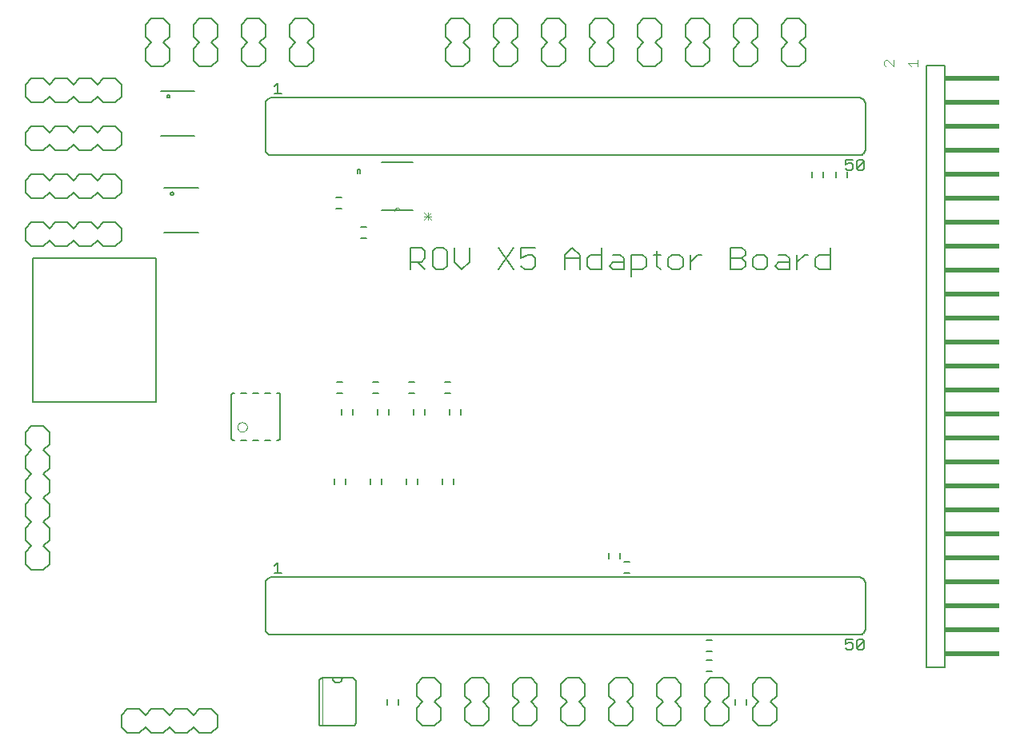
<source format=gto>
G75*
G70*
%OFA0B0*%
%FSLAX24Y24*%
%IPPOS*%
%LPD*%
%AMOC8*
5,1,8,0,0,1.08239X$1,22.5*
%
%ADD10C,0.0080*%
%ADD11C,0.0060*%
%ADD12C,0.0050*%
%ADD13C,0.0030*%
%ADD14R,0.2303X0.0200*%
%ADD15C,0.0020*%
%ADD16C,0.0000*%
D10*
X006892Y001237D02*
X006892Y001737D01*
X007142Y001987D01*
X007642Y001987D01*
X007892Y001737D01*
X008142Y001987D01*
X008642Y001987D01*
X008892Y001737D01*
X009142Y001987D01*
X009642Y001987D01*
X009892Y001737D01*
X010142Y001987D01*
X010642Y001987D01*
X010892Y001737D01*
X010892Y001237D01*
X010642Y000987D01*
X010142Y000987D01*
X009892Y001237D01*
X009642Y000987D01*
X009142Y000987D01*
X008892Y001237D01*
X008642Y000987D01*
X008142Y000987D01*
X007892Y001237D01*
X007642Y000987D01*
X007142Y000987D01*
X006892Y001237D01*
X003642Y007787D02*
X003142Y007787D01*
X002892Y008037D01*
X002892Y008537D01*
X003142Y008787D01*
X002892Y009037D01*
X002892Y009537D01*
X003142Y009787D01*
X002892Y010037D01*
X002892Y010537D01*
X003142Y010787D01*
X002892Y011037D01*
X002892Y011537D01*
X003142Y011787D01*
X002892Y012037D01*
X002892Y012537D01*
X003142Y012787D01*
X002892Y013037D01*
X002892Y013537D01*
X003142Y013787D01*
X003642Y013787D01*
X003892Y013537D01*
X003892Y013037D01*
X003642Y012787D01*
X003892Y012537D01*
X003892Y012037D01*
X003642Y011787D01*
X003892Y011537D01*
X003892Y011037D01*
X003642Y010787D01*
X003892Y010537D01*
X003892Y010037D01*
X003642Y009787D01*
X003892Y009537D01*
X003892Y009037D01*
X003642Y008787D01*
X003892Y008537D01*
X003892Y008037D01*
X003642Y007787D01*
X003211Y014787D02*
X008329Y014787D01*
X008329Y020787D01*
X003211Y020787D01*
X003211Y014787D01*
X003142Y021287D02*
X003642Y021287D01*
X003892Y021537D01*
X004142Y021287D01*
X004642Y021287D01*
X004892Y021537D01*
X005142Y021287D01*
X005642Y021287D01*
X005892Y021537D01*
X006142Y021287D01*
X006642Y021287D01*
X006892Y021537D01*
X006892Y022037D01*
X006642Y022287D01*
X006142Y022287D01*
X005892Y022037D01*
X005642Y022287D01*
X005142Y022287D01*
X004892Y022037D01*
X004642Y022287D01*
X004142Y022287D01*
X003892Y022037D01*
X003642Y022287D01*
X003142Y022287D01*
X002892Y022037D01*
X002892Y021537D01*
X003142Y021287D01*
X003142Y023287D02*
X003642Y023287D01*
X003892Y023537D01*
X004142Y023287D01*
X004642Y023287D01*
X004892Y023537D01*
X005142Y023287D01*
X005642Y023287D01*
X005892Y023537D01*
X006142Y023287D01*
X006642Y023287D01*
X006892Y023537D01*
X006892Y024037D01*
X006642Y024287D01*
X006142Y024287D01*
X005892Y024037D01*
X005642Y024287D01*
X005142Y024287D01*
X004892Y024037D01*
X004642Y024287D01*
X004142Y024287D01*
X003892Y024037D01*
X003642Y024287D01*
X003142Y024287D01*
X002892Y024037D01*
X002892Y023537D01*
X003142Y023287D01*
X003142Y025287D02*
X002892Y025537D01*
X002892Y026037D01*
X003142Y026287D01*
X003642Y026287D01*
X003892Y026037D01*
X004142Y026287D01*
X004642Y026287D01*
X004892Y026037D01*
X005142Y026287D01*
X005642Y026287D01*
X005892Y026037D01*
X006142Y026287D01*
X006642Y026287D01*
X006892Y026037D01*
X006892Y025537D01*
X006642Y025287D01*
X006142Y025287D01*
X005892Y025537D01*
X005642Y025287D01*
X005142Y025287D01*
X004892Y025537D01*
X004642Y025287D01*
X004142Y025287D01*
X003892Y025537D01*
X003642Y025287D01*
X003142Y025287D01*
X003142Y027287D02*
X003642Y027287D01*
X003892Y027537D01*
X004142Y027287D01*
X004642Y027287D01*
X004892Y027537D01*
X005142Y027287D01*
X005642Y027287D01*
X005892Y027537D01*
X006142Y027287D01*
X006642Y027287D01*
X006892Y027537D01*
X006892Y028037D01*
X006642Y028287D01*
X006142Y028287D01*
X005892Y028037D01*
X005642Y028287D01*
X005142Y028287D01*
X004892Y028037D01*
X004642Y028287D01*
X004142Y028287D01*
X003892Y028037D01*
X003642Y028287D01*
X003142Y028287D01*
X002892Y028037D01*
X002892Y027537D01*
X003142Y027287D01*
X007892Y029037D02*
X007892Y029537D01*
X008142Y029787D01*
X007892Y030037D01*
X007892Y030537D01*
X008142Y030787D01*
X008642Y030787D01*
X008892Y030537D01*
X008892Y030037D01*
X008642Y029787D01*
X008892Y029537D01*
X008892Y029037D01*
X008642Y028787D01*
X008142Y028787D01*
X007892Y029037D01*
X008795Y027547D02*
X008797Y027562D01*
X008803Y027575D01*
X008812Y027587D01*
X008823Y027596D01*
X008837Y027602D01*
X008852Y027604D01*
X008867Y027602D01*
X008880Y027596D01*
X008892Y027587D01*
X008901Y027576D01*
X008907Y027562D01*
X008909Y027547D01*
X008907Y027532D01*
X008901Y027519D01*
X008892Y027507D01*
X008881Y027498D01*
X008867Y027492D01*
X008852Y027490D01*
X008837Y027492D01*
X008824Y027498D01*
X008812Y027507D01*
X008803Y027518D01*
X008797Y027532D01*
X008795Y027547D01*
X010142Y028787D02*
X009892Y029037D01*
X009892Y029537D01*
X010142Y029787D01*
X009892Y030037D01*
X009892Y030537D01*
X010142Y030787D01*
X010642Y030787D01*
X010892Y030537D01*
X010892Y030037D01*
X010642Y029787D01*
X010892Y029537D01*
X010892Y029037D01*
X010642Y028787D01*
X010142Y028787D01*
X011892Y029037D02*
X011892Y029537D01*
X012142Y029787D01*
X011892Y030037D01*
X011892Y030537D01*
X012142Y030787D01*
X012642Y030787D01*
X012892Y030537D01*
X012892Y030037D01*
X012642Y029787D01*
X012892Y029537D01*
X012892Y029037D01*
X012642Y028787D01*
X012142Y028787D01*
X011892Y029037D01*
X013892Y029037D02*
X013892Y029537D01*
X014142Y029787D01*
X013892Y030037D01*
X013892Y030537D01*
X014142Y030787D01*
X014642Y030787D01*
X014892Y030537D01*
X014892Y030037D01*
X014642Y029787D01*
X014892Y029537D01*
X014892Y029037D01*
X014642Y028787D01*
X014142Y028787D01*
X013892Y029037D01*
X020392Y029037D02*
X020392Y029537D01*
X020642Y029787D01*
X020392Y030037D01*
X020392Y030537D01*
X020642Y030787D01*
X021142Y030787D01*
X021392Y030537D01*
X021392Y030037D01*
X021142Y029787D01*
X021392Y029537D01*
X021392Y029037D01*
X021142Y028787D01*
X020642Y028787D01*
X020392Y029037D01*
X022392Y029037D02*
X022392Y029537D01*
X022642Y029787D01*
X022392Y030037D01*
X022392Y030537D01*
X022642Y030787D01*
X023142Y030787D01*
X023392Y030537D01*
X023392Y030037D01*
X023142Y029787D01*
X023392Y029537D01*
X023392Y029037D01*
X023142Y028787D01*
X022642Y028787D01*
X022392Y029037D01*
X024392Y029037D02*
X024392Y029537D01*
X024642Y029787D01*
X024392Y030037D01*
X024392Y030537D01*
X024642Y030787D01*
X025142Y030787D01*
X025392Y030537D01*
X025392Y030037D01*
X025142Y029787D01*
X025392Y029537D01*
X025392Y029037D01*
X025142Y028787D01*
X024642Y028787D01*
X024392Y029037D01*
X026392Y029037D02*
X026392Y029537D01*
X026642Y029787D01*
X026392Y030037D01*
X026392Y030537D01*
X026642Y030787D01*
X027142Y030787D01*
X027392Y030537D01*
X027392Y030037D01*
X027142Y029787D01*
X027392Y029537D01*
X027392Y029037D01*
X027142Y028787D01*
X026642Y028787D01*
X026392Y029037D01*
X028392Y029037D02*
X028392Y029537D01*
X028642Y029787D01*
X028392Y030037D01*
X028392Y030537D01*
X028642Y030787D01*
X029142Y030787D01*
X029392Y030537D01*
X029392Y030037D01*
X029142Y029787D01*
X029392Y029537D01*
X029392Y029037D01*
X029142Y028787D01*
X028642Y028787D01*
X028392Y029037D01*
X030392Y029037D02*
X030392Y029537D01*
X030642Y029787D01*
X030392Y030037D01*
X030392Y030537D01*
X030642Y030787D01*
X031142Y030787D01*
X031392Y030537D01*
X031392Y030037D01*
X031142Y029787D01*
X031392Y029537D01*
X031392Y029037D01*
X031142Y028787D01*
X030642Y028787D01*
X030392Y029037D01*
X032392Y029037D02*
X032392Y029537D01*
X032642Y029787D01*
X032392Y030037D01*
X032392Y030537D01*
X032642Y030787D01*
X033142Y030787D01*
X033392Y030537D01*
X033392Y030037D01*
X033142Y029787D01*
X033392Y029537D01*
X033392Y029037D01*
X033142Y028787D01*
X032642Y028787D01*
X032392Y029037D01*
X034392Y029037D02*
X034392Y029537D01*
X034642Y029787D01*
X034392Y030037D01*
X034392Y030537D01*
X034642Y030787D01*
X035142Y030787D01*
X035392Y030537D01*
X035392Y030037D01*
X035142Y029787D01*
X035392Y029537D01*
X035392Y029037D01*
X035142Y028787D01*
X034642Y028787D01*
X034392Y029037D01*
X040434Y028837D02*
X040434Y003736D01*
X041197Y003736D01*
X041197Y028837D01*
X040434Y028837D01*
X036427Y021247D02*
X036427Y020327D01*
X035967Y020327D01*
X035813Y020480D01*
X035813Y020787D01*
X035967Y020941D01*
X036427Y020941D01*
X035506Y020941D02*
X035353Y020941D01*
X035046Y020634D01*
X035046Y020327D02*
X035046Y020941D01*
X034739Y020787D02*
X034739Y020327D01*
X034278Y020327D01*
X034125Y020480D01*
X034278Y020634D01*
X034739Y020634D01*
X034739Y020787D02*
X034585Y020941D01*
X034278Y020941D01*
X033818Y020787D02*
X033818Y020480D01*
X033665Y020327D01*
X033358Y020327D01*
X033204Y020480D01*
X033204Y020787D01*
X033358Y020941D01*
X033665Y020941D01*
X033818Y020787D01*
X032897Y020634D02*
X032897Y020480D01*
X032744Y020327D01*
X032283Y020327D01*
X032283Y021247D01*
X032744Y021247D01*
X032897Y021094D01*
X032897Y020941D01*
X032744Y020787D01*
X032283Y020787D01*
X032744Y020787D02*
X032897Y020634D01*
X031056Y020941D02*
X030902Y020941D01*
X030595Y020634D01*
X030595Y020327D02*
X030595Y020941D01*
X030288Y020787D02*
X030288Y020480D01*
X030135Y020327D01*
X029828Y020327D01*
X029674Y020480D01*
X029674Y020787D01*
X029828Y020941D01*
X030135Y020941D01*
X030288Y020787D01*
X029368Y020941D02*
X029061Y020941D01*
X029214Y021094D02*
X029214Y020480D01*
X029368Y020327D01*
X028754Y020480D02*
X028754Y020787D01*
X028600Y020941D01*
X028140Y020941D01*
X028140Y020020D01*
X028140Y020327D02*
X028600Y020327D01*
X028754Y020480D01*
X027833Y020327D02*
X027373Y020327D01*
X027219Y020480D01*
X027373Y020634D01*
X027833Y020634D01*
X027833Y020787D02*
X027833Y020327D01*
X027833Y020787D02*
X027679Y020941D01*
X027373Y020941D01*
X026912Y020941D02*
X026452Y020941D01*
X026298Y020787D01*
X026298Y020480D01*
X026452Y020327D01*
X026912Y020327D01*
X026912Y021247D01*
X025991Y020941D02*
X025991Y020327D01*
X025377Y020327D02*
X025377Y020941D01*
X025684Y021247D01*
X025991Y020941D01*
X025991Y020787D02*
X025377Y020787D01*
X024150Y020787D02*
X024150Y020480D01*
X023996Y020327D01*
X023689Y020327D01*
X023536Y020480D01*
X023536Y020787D02*
X023843Y020941D01*
X023996Y020941D01*
X024150Y020787D01*
X024150Y021247D02*
X023536Y021247D01*
X023536Y020787D01*
X023229Y021247D02*
X022615Y020327D01*
X023229Y020327D02*
X022615Y021247D01*
X021387Y021247D02*
X021387Y020634D01*
X021080Y020327D01*
X020774Y020634D01*
X020774Y021247D01*
X020467Y021094D02*
X020313Y021247D01*
X020006Y021247D01*
X019853Y021094D01*
X019853Y020480D01*
X020006Y020327D01*
X020313Y020327D01*
X020467Y020480D01*
X020467Y021094D01*
X019546Y021094D02*
X019546Y020787D01*
X019392Y020634D01*
X018932Y020634D01*
X019239Y020634D02*
X019546Y020327D01*
X018932Y020327D02*
X018932Y021247D01*
X019392Y021247D01*
X019546Y021094D01*
X008945Y023497D02*
X008947Y023512D01*
X008953Y023525D01*
X008962Y023537D01*
X008973Y023546D01*
X008987Y023552D01*
X009002Y023554D01*
X009017Y023552D01*
X009030Y023546D01*
X009042Y023537D01*
X009051Y023526D01*
X009057Y023512D01*
X009059Y023497D01*
X009057Y023482D01*
X009051Y023469D01*
X009042Y023457D01*
X009031Y023448D01*
X009017Y023442D01*
X009002Y023440D01*
X008987Y023442D01*
X008974Y023448D01*
X008962Y023457D01*
X008953Y023468D01*
X008947Y023482D01*
X008945Y023497D01*
X019442Y003287D02*
X019192Y003037D01*
X019192Y002537D01*
X019442Y002287D01*
X019192Y002037D01*
X019192Y001537D01*
X019442Y001287D01*
X019942Y001287D01*
X020192Y001537D01*
X020192Y002037D01*
X019942Y002287D01*
X020192Y002537D01*
X020192Y003037D01*
X019942Y003287D01*
X019442Y003287D01*
X021211Y003037D02*
X021211Y002537D01*
X021461Y002287D01*
X021211Y002037D01*
X021211Y001537D01*
X021461Y001287D01*
X021961Y001287D01*
X022211Y001537D01*
X022211Y002037D01*
X021961Y002287D01*
X022211Y002537D01*
X022211Y003037D01*
X021961Y003287D01*
X021461Y003287D01*
X021211Y003037D01*
X023211Y003037D02*
X023211Y002537D01*
X023461Y002287D01*
X023211Y002037D01*
X023211Y001537D01*
X023461Y001287D01*
X023961Y001287D01*
X024211Y001537D01*
X024211Y002037D01*
X023961Y002287D01*
X024211Y002537D01*
X024211Y003037D01*
X023961Y003287D01*
X023461Y003287D01*
X023211Y003037D01*
X025211Y003037D02*
X025211Y002537D01*
X025461Y002287D01*
X025211Y002037D01*
X025211Y001537D01*
X025461Y001287D01*
X025961Y001287D01*
X026211Y001537D01*
X026211Y002037D01*
X025961Y002287D01*
X026211Y002537D01*
X026211Y003037D01*
X025961Y003287D01*
X025461Y003287D01*
X025211Y003037D01*
X027211Y003037D02*
X027211Y002537D01*
X027461Y002287D01*
X027211Y002037D01*
X027211Y001537D01*
X027461Y001287D01*
X027961Y001287D01*
X028211Y001537D01*
X028211Y002037D01*
X027961Y002287D01*
X028211Y002537D01*
X028211Y003037D01*
X027961Y003287D01*
X027461Y003287D01*
X027211Y003037D01*
X029211Y003037D02*
X029211Y002537D01*
X029461Y002287D01*
X029211Y002037D01*
X029211Y001537D01*
X029461Y001287D01*
X029961Y001287D01*
X030211Y001537D01*
X030211Y002037D01*
X029961Y002287D01*
X030211Y002537D01*
X030211Y003037D01*
X029961Y003287D01*
X029461Y003287D01*
X029211Y003037D01*
X031192Y003037D02*
X031192Y002537D01*
X031442Y002287D01*
X031192Y002037D01*
X031192Y001537D01*
X031442Y001287D01*
X031942Y001287D01*
X032192Y001537D01*
X032192Y002037D01*
X031942Y002287D01*
X032192Y002537D01*
X032192Y003037D01*
X031942Y003287D01*
X031442Y003287D01*
X031192Y003037D01*
X033192Y003037D02*
X033192Y002537D01*
X033442Y002287D01*
X033192Y002037D01*
X033192Y001537D01*
X033442Y001287D01*
X033942Y001287D01*
X034192Y001537D01*
X034192Y002037D01*
X033942Y002287D01*
X034192Y002537D01*
X034192Y003037D01*
X033942Y003287D01*
X033442Y003287D01*
X033192Y003037D01*
D11*
X032928Y002405D02*
X032928Y002169D01*
X032456Y002169D02*
X032456Y002405D01*
X031510Y003550D02*
X031274Y003550D01*
X031274Y004023D02*
X031510Y004023D01*
X031510Y004400D02*
X031274Y004400D01*
X031274Y004873D02*
X031510Y004873D01*
X028060Y007650D02*
X027824Y007650D01*
X027824Y008123D02*
X028060Y008123D01*
X027678Y008269D02*
X027678Y008505D01*
X027206Y008505D02*
X027206Y008269D01*
X020728Y011369D02*
X020728Y011605D01*
X020256Y011605D02*
X020256Y011369D01*
X019228Y011369D02*
X019228Y011605D01*
X018756Y011605D02*
X018756Y011369D01*
X017728Y011369D02*
X017728Y011605D01*
X017256Y011605D02*
X017256Y011369D01*
X016228Y011369D02*
X016228Y011605D01*
X015756Y011605D02*
X015756Y011369D01*
X013510Y013310D02*
X013510Y015082D01*
X013509Y015099D01*
X013504Y015116D01*
X013497Y015131D01*
X013487Y015145D01*
X013475Y015157D01*
X013461Y015167D01*
X013446Y015174D01*
X013429Y015179D01*
X013412Y015180D01*
X013416Y015180D02*
X013357Y015180D01*
X013112Y015180D02*
X012860Y015180D01*
X012612Y015180D02*
X012360Y015180D01*
X012112Y015180D02*
X011860Y015180D01*
X011616Y015180D02*
X011565Y015180D01*
X011561Y015180D02*
X011544Y015179D01*
X011527Y015174D01*
X011512Y015167D01*
X011498Y015157D01*
X011486Y015145D01*
X011476Y015131D01*
X011469Y015116D01*
X011464Y015099D01*
X011463Y015082D01*
X011463Y013314D01*
X011463Y013310D02*
X011464Y013293D01*
X011469Y013276D01*
X011476Y013261D01*
X011486Y013247D01*
X011498Y013235D01*
X011512Y013225D01*
X011527Y013218D01*
X011544Y013213D01*
X011561Y013212D01*
X011565Y013212D02*
X011616Y013212D01*
X011860Y013212D02*
X012112Y013212D01*
X012357Y013212D02*
X012612Y013212D01*
X012857Y013212D02*
X013112Y013212D01*
X013353Y013212D02*
X013404Y013212D01*
X013412Y013212D02*
X013429Y013213D01*
X013446Y013218D01*
X013461Y013225D01*
X013475Y013235D01*
X013487Y013247D01*
X013497Y013261D01*
X013504Y013276D01*
X013509Y013293D01*
X013510Y013310D01*
X016056Y014269D02*
X016056Y014505D01*
X016528Y014505D02*
X016528Y014269D01*
X016110Y015150D02*
X015874Y015150D01*
X015874Y015623D02*
X016110Y015623D01*
X017374Y015623D02*
X017610Y015623D01*
X017610Y015150D02*
X017374Y015150D01*
X017556Y014505D02*
X017556Y014269D01*
X018028Y014269D02*
X018028Y014505D01*
X019056Y014505D02*
X019056Y014269D01*
X019528Y014269D02*
X019528Y014505D01*
X019110Y015150D02*
X018874Y015150D01*
X018874Y015623D02*
X019110Y015623D01*
X020374Y015623D02*
X020610Y015623D01*
X020610Y015150D02*
X020374Y015150D01*
X020568Y014497D02*
X020568Y014261D01*
X021040Y014261D02*
X021040Y014497D01*
X017089Y021621D02*
X016853Y021621D01*
X016853Y022094D02*
X017089Y022094D01*
X017732Y022787D02*
X018512Y022787D01*
X019052Y022787D01*
X016852Y024347D02*
X016852Y024497D01*
X016752Y024497D01*
X016752Y024347D01*
X017732Y024787D02*
X019052Y024787D01*
X016069Y023326D02*
X015833Y023326D01*
X015833Y022854D02*
X016069Y022854D01*
X013142Y025087D02*
X037642Y025087D01*
X037672Y025089D01*
X037702Y025094D01*
X037731Y025103D01*
X037758Y025116D01*
X037784Y025131D01*
X037808Y025150D01*
X037829Y025171D01*
X037848Y025195D01*
X037863Y025221D01*
X037876Y025248D01*
X037885Y025277D01*
X037890Y025307D01*
X037892Y025337D01*
X037892Y027237D01*
X037890Y027267D01*
X037885Y027297D01*
X037876Y027326D01*
X037863Y027353D01*
X037848Y027379D01*
X037829Y027403D01*
X037808Y027424D01*
X037784Y027443D01*
X037758Y027458D01*
X037731Y027471D01*
X037702Y027480D01*
X037672Y027485D01*
X037642Y027487D01*
X013142Y027487D01*
X013112Y027485D01*
X013082Y027480D01*
X013053Y027471D01*
X013026Y027458D01*
X013000Y027443D01*
X012976Y027424D01*
X012955Y027403D01*
X012936Y027379D01*
X012921Y027353D01*
X012908Y027326D01*
X012899Y027297D01*
X012894Y027267D01*
X012892Y027237D01*
X012892Y025337D01*
X012894Y025307D01*
X012899Y025277D01*
X012908Y025248D01*
X012921Y025221D01*
X012936Y025195D01*
X012955Y025171D01*
X012976Y025150D01*
X013000Y025131D01*
X013026Y025116D01*
X013053Y025103D01*
X013082Y025094D01*
X013112Y025089D01*
X013142Y025087D01*
X010102Y023717D02*
X008682Y023717D01*
X008682Y021857D02*
X010102Y021857D01*
X009952Y025907D02*
X008532Y025907D01*
X008532Y027767D02*
X009952Y027767D01*
X035656Y024405D02*
X035656Y024169D01*
X036128Y024169D02*
X036128Y024405D01*
X036656Y024405D02*
X036656Y024169D01*
X037128Y024169D02*
X037128Y024405D01*
X037642Y007487D02*
X013142Y007487D01*
X013112Y007485D01*
X013082Y007480D01*
X013053Y007471D01*
X013026Y007458D01*
X013000Y007443D01*
X012976Y007424D01*
X012955Y007403D01*
X012936Y007379D01*
X012921Y007353D01*
X012908Y007326D01*
X012899Y007297D01*
X012894Y007267D01*
X012892Y007237D01*
X012892Y005337D01*
X012894Y005307D01*
X012899Y005277D01*
X012908Y005248D01*
X012921Y005221D01*
X012936Y005195D01*
X012955Y005171D01*
X012976Y005150D01*
X013000Y005131D01*
X013026Y005116D01*
X013053Y005103D01*
X013082Y005094D01*
X013112Y005089D01*
X013142Y005087D01*
X037642Y005087D01*
X037672Y005089D01*
X037702Y005094D01*
X037731Y005103D01*
X037758Y005116D01*
X037784Y005131D01*
X037808Y005150D01*
X037829Y005171D01*
X037848Y005195D01*
X037863Y005221D01*
X037876Y005248D01*
X037885Y005277D01*
X037890Y005307D01*
X037892Y005337D01*
X037892Y007237D01*
X037890Y007267D01*
X037885Y007297D01*
X037876Y007326D01*
X037863Y007353D01*
X037848Y007379D01*
X037829Y007403D01*
X037808Y007424D01*
X037784Y007443D01*
X037758Y007458D01*
X037731Y007471D01*
X037702Y007480D01*
X037672Y007485D01*
X037642Y007487D01*
X018428Y002405D02*
X018428Y002169D01*
X017956Y002169D02*
X017956Y002405D01*
X016662Y003137D02*
X016662Y001437D01*
X016660Y001414D01*
X016655Y001391D01*
X016646Y001369D01*
X016633Y001349D01*
X016618Y001331D01*
X016600Y001316D01*
X016580Y001303D01*
X016558Y001294D01*
X016535Y001289D01*
X016512Y001287D01*
X015272Y001287D01*
X015249Y001289D01*
X015226Y001294D01*
X015204Y001303D01*
X015184Y001316D01*
X015166Y001331D01*
X015151Y001349D01*
X015138Y001369D01*
X015129Y001391D01*
X015124Y001414D01*
X015122Y001437D01*
X015122Y003137D01*
X015124Y003160D01*
X015129Y003183D01*
X015138Y003205D01*
X015151Y003225D01*
X015166Y003243D01*
X015184Y003258D01*
X015204Y003271D01*
X015226Y003280D01*
X015249Y003285D01*
X015272Y003287D01*
X015692Y003287D01*
X016092Y003287D01*
X016512Y003287D01*
X016535Y003285D01*
X016558Y003280D01*
X016580Y003271D01*
X016600Y003258D01*
X016618Y003243D01*
X016633Y003225D01*
X016646Y003205D01*
X016655Y003183D01*
X016660Y003160D01*
X016662Y003137D01*
X016092Y003287D02*
X016090Y003260D01*
X016085Y003233D01*
X016075Y003207D01*
X016063Y003183D01*
X016047Y003161D01*
X016029Y003141D01*
X016007Y003124D01*
X015984Y003109D01*
X015959Y003099D01*
X015933Y003091D01*
X015906Y003087D01*
X015878Y003087D01*
X015851Y003091D01*
X015825Y003099D01*
X015800Y003109D01*
X015777Y003124D01*
X015755Y003141D01*
X015737Y003161D01*
X015721Y003183D01*
X015709Y003207D01*
X015699Y003233D01*
X015694Y003260D01*
X015692Y003287D01*
D12*
X013567Y007662D02*
X013267Y007662D01*
X013417Y007662D02*
X013417Y008112D01*
X013267Y007962D01*
X037067Y004912D02*
X037067Y004687D01*
X037217Y004762D01*
X037292Y004762D01*
X037367Y004687D01*
X037367Y004537D01*
X037292Y004462D01*
X037142Y004462D01*
X037067Y004537D01*
X037067Y004912D02*
X037367Y004912D01*
X037527Y004837D02*
X037602Y004912D01*
X037753Y004912D01*
X037828Y004837D01*
X037527Y004537D01*
X037602Y004462D01*
X037753Y004462D01*
X037828Y004537D01*
X037828Y004837D01*
X037527Y004837D02*
X037527Y004537D01*
X037602Y024462D02*
X037527Y024537D01*
X037828Y024837D01*
X037828Y024537D01*
X037753Y024462D01*
X037602Y024462D01*
X037527Y024537D02*
X037527Y024837D01*
X037602Y024912D01*
X037753Y024912D01*
X037828Y024837D01*
X037367Y024912D02*
X037067Y024912D01*
X037067Y024687D01*
X037217Y024762D01*
X037292Y024762D01*
X037367Y024687D01*
X037367Y024537D01*
X037292Y024462D01*
X037142Y024462D01*
X037067Y024537D01*
X013567Y027662D02*
X013267Y027662D01*
X013417Y027662D02*
X013417Y028112D01*
X013267Y027962D01*
D13*
X019503Y022703D02*
X019817Y022390D01*
X019817Y022546D02*
X019503Y022546D01*
X019503Y022390D02*
X019817Y022703D01*
X019660Y022703D02*
X019660Y022390D01*
X038678Y028861D02*
X038746Y028794D01*
X038678Y028861D02*
X038678Y028995D01*
X038746Y029063D01*
X038813Y029063D01*
X039082Y028794D01*
X039082Y029063D01*
X039668Y028942D02*
X040072Y028942D01*
X040072Y028808D02*
X040072Y029077D01*
X039803Y028808D02*
X039668Y028942D01*
D14*
X042347Y028287D03*
X042347Y027287D03*
X042347Y026287D03*
X042347Y025287D03*
X042347Y024287D03*
X042347Y023287D03*
X042347Y022287D03*
X042347Y021287D03*
X042347Y020287D03*
X042347Y019287D03*
X042347Y018287D03*
X042347Y017287D03*
X042347Y016287D03*
X042347Y015287D03*
X042347Y014287D03*
X042347Y013287D03*
X042347Y012287D03*
X042347Y011287D03*
X042347Y010287D03*
X042347Y009287D03*
X042347Y008287D03*
X042347Y007287D03*
X042347Y006287D03*
X042347Y005287D03*
X042347Y004287D03*
D15*
X015262Y003287D02*
X015262Y001287D01*
X011730Y013757D02*
X011732Y013784D01*
X011738Y013811D01*
X011747Y013837D01*
X011760Y013861D01*
X011776Y013884D01*
X011795Y013903D01*
X011817Y013920D01*
X011841Y013934D01*
X011866Y013944D01*
X011893Y013951D01*
X011920Y013954D01*
X011948Y013953D01*
X011975Y013948D01*
X012001Y013940D01*
X012025Y013928D01*
X012048Y013912D01*
X012069Y013894D01*
X012086Y013873D01*
X012101Y013849D01*
X012112Y013824D01*
X012120Y013798D01*
X012124Y013771D01*
X012124Y013743D01*
X012120Y013716D01*
X012112Y013690D01*
X012101Y013665D01*
X012086Y013641D01*
X012069Y013620D01*
X012048Y013602D01*
X012026Y013586D01*
X012001Y013574D01*
X011975Y013566D01*
X011948Y013561D01*
X011920Y013560D01*
X011893Y013563D01*
X011866Y013570D01*
X011841Y013580D01*
X011817Y013594D01*
X011795Y013611D01*
X011776Y013630D01*
X011760Y013653D01*
X011747Y013677D01*
X011738Y013703D01*
X011732Y013730D01*
X011730Y013757D01*
D16*
X018272Y022777D02*
X018273Y022798D01*
X018278Y022818D01*
X018286Y022838D01*
X018297Y022855D01*
X018311Y022871D01*
X018328Y022883D01*
X018346Y022893D01*
X018366Y022899D01*
X018387Y022902D01*
X018408Y022901D01*
X018428Y022896D01*
X018448Y022888D01*
X018465Y022877D01*
X018481Y022863D01*
X018493Y022846D01*
X018503Y022828D01*
X018509Y022808D01*
X018512Y022787D01*
M02*

</source>
